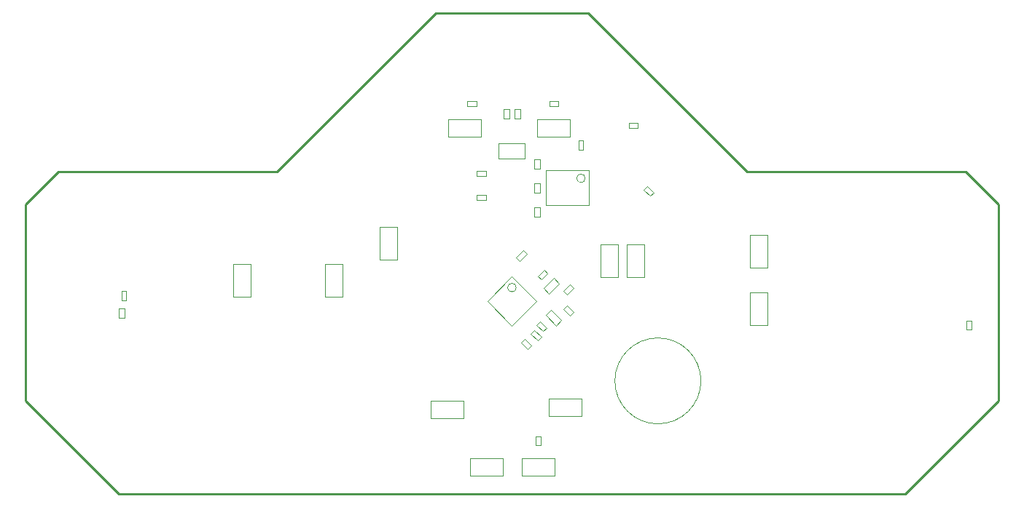
<source format=gbr>
%TF.GenerationSoftware,Altium Limited,Altium Designer,23.6.0 (18)*%
G04 Layer_Color=16711935*
%FSLAX25Y25*%
%MOIN*%
%TF.SameCoordinates,9FC677E3-0757-43A4-AD8A-435CCD31EDD7*%
%TF.FilePolarity,Positive*%
%TF.FileFunction,Other,Mechanical_13*%
%TF.Part,Single*%
G01*
G75*
%TA.AperFunction,NonConductor*%
%ADD62C,0.01000*%
%ADD90C,0.00394*%
D62*
X15000Y147759D02*
X115000D01*
X42755Y5D02*
X222500D01*
X115000Y147759D02*
X185000Y217759D01*
X184950Y217705D02*
X187700Y220455D01*
X257300Y220455D01*
X222500Y0D02*
X402245D01*
X257300Y220455D02*
X330000Y147755D01*
X430000D01*
X402245Y0D02*
X445000Y42755D01*
X430000Y147755D02*
X445000Y132755D01*
Y42755D02*
Y132755D01*
X0Y132759D02*
X15000Y147759D01*
X0Y42759D02*
Y132759D01*
Y42759D02*
X42755Y5D01*
D90*
X224468Y94495D02*
G03*
X224468Y94495I-1969J0D01*
G01*
X256018Y144615D02*
G03*
X256018Y144615I-1969J0D01*
G01*
X308937Y51755D02*
G03*
X308937Y51755I-19685J0D01*
G01*
X42819Y84920D02*
X45181D01*
X42819Y80589D02*
X45181D01*
Y84920D01*
X42819Y80589D02*
Y84920D01*
X43917Y88762D02*
X46083D01*
X43917Y92896D02*
X46083D01*
X43917Y88762D02*
Y92896D01*
X46083Y88762D02*
Y92896D01*
X94990Y90255D02*
Y105255D01*
Y90255D02*
X102982D01*
Y105255D01*
X94990D02*
X102982D01*
X136910Y90255D02*
Y105255D01*
Y90255D02*
X144903D01*
Y105255D01*
X136910D02*
X144903D01*
X162004Y107255D02*
Y122255D01*
Y107255D02*
X169996D01*
Y122255D01*
X162004D02*
X169996D01*
X185500Y34759D02*
X200500D01*
Y42751D01*
X185500D02*
X200500D01*
X185500Y34759D02*
Y42751D01*
X193500Y163759D02*
X208500D01*
Y171751D01*
X193500D02*
X208500D01*
X193500Y163759D02*
Y171751D01*
X202161Y179837D02*
X206295D01*
X202161Y177672D02*
X206295D01*
X202161D02*
Y179837D01*
X206295Y177672D02*
Y179837D01*
X203500Y16251D02*
X218500D01*
X203500Y8259D02*
Y16251D01*
Y8259D02*
X218500D01*
Y16251D01*
X206433Y145672D02*
X210567D01*
X206433Y147837D02*
X210567D01*
Y145672D02*
Y147837D01*
X206433Y145672D02*
Y147837D01*
Y134672D02*
X210567D01*
X206433Y136837D02*
X210567D01*
Y134672D02*
Y136837D01*
X206433Y134672D02*
Y136837D01*
X211225Y88231D02*
X222500Y76957D01*
Y99506D02*
X233775Y88231D01*
X222500Y76957D02*
X233775Y88231D01*
X211225D02*
X222500Y99506D01*
X216496Y153660D02*
Y160549D01*
X228504Y153660D02*
Y160549D01*
X216496Y153660D02*
X228504D01*
X216496Y160549D02*
X228504D01*
X218819Y172066D02*
Y176396D01*
X221181Y172066D02*
Y176396D01*
X218819Y172066D02*
X221181D01*
X218819Y176396D02*
X221181D01*
X227560Y111485D02*
X229230Y109815D01*
X224498Y108423D02*
X226168Y106752D01*
X229230Y109815D01*
X224498Y108423D02*
X227560Y111485D01*
X223819Y172066D02*
Y176396D01*
X226181Y172066D02*
Y176396D01*
X223819Y172066D02*
X226181D01*
X223819Y176396D02*
X226181D01*
X226770Y69315D02*
X228440Y70985D01*
X229832Y66252D02*
X231502Y67923D01*
X228440Y70985D02*
X231502Y67923D01*
X226770Y69315D02*
X229832Y66252D01*
X227000Y8259D02*
X242000D01*
Y16251D01*
X227000D02*
X242000D01*
X227000Y8259D02*
Y16251D01*
X234196Y70365D02*
X235866Y72035D01*
X231134Y73427D02*
X232804Y75098D01*
X231134Y73427D02*
X234196Y70365D01*
X232804Y75098D02*
X235866Y72035D01*
X232819Y142320D02*
X235181D01*
X232819Y137989D02*
X235181D01*
Y142320D01*
X232819Y137989D02*
Y142320D01*
Y131420D02*
X235181D01*
X232819Y127089D02*
X235181D01*
Y131420D01*
X232819Y127089D02*
Y131420D01*
Y153420D02*
X235181D01*
X232819Y149089D02*
X235181D01*
Y153420D01*
X232819Y149089D02*
Y153420D01*
X233417Y26322D02*
X235583D01*
X233417Y22188D02*
X235583D01*
Y26322D01*
X233417Y22188D02*
Y26322D01*
X233773Y77451D02*
X235304Y78982D01*
X236696Y74528D02*
X238227Y76059D01*
X235304Y78982D02*
X238227Y76059D01*
X233773Y77451D02*
X236696Y74528D01*
X234016Y171751D02*
X249016D01*
X234016Y163759D02*
Y171751D01*
Y163759D02*
X249016D01*
Y171751D01*
X237310Y102595D02*
X238841Y101064D01*
X234386Y99672D02*
X235918Y98141D01*
X238841Y101064D01*
X234386Y99672D02*
X237310Y102595D01*
X239387Y91636D02*
X244119Y96368D01*
X236881Y94141D02*
X241614Y98874D01*
X244119Y96368D01*
X236881Y94141D02*
X239387Y91636D01*
X237881Y81845D02*
X242614Y77112D01*
X240386Y84350D02*
X245119Y79618D01*
X242614Y77112D02*
X245119Y79618D01*
X237881Y81845D02*
X240386Y84350D01*
X237908Y132450D02*
Y148159D01*
X257593Y132450D02*
Y148159D01*
X237908Y132450D02*
X257593D01*
X237908Y148159D02*
X257593D01*
X239705Y179837D02*
X243839D01*
X239705Y177672D02*
X243839D01*
X239705D02*
Y179837D01*
X243839Y177672D02*
Y179837D01*
X239500Y43751D02*
X254500D01*
X239500Y35759D02*
Y43751D01*
Y35759D02*
X254500D01*
Y43751D01*
X245998Y92923D02*
X247668Y91252D01*
X249060Y95985D02*
X250730Y94315D01*
X245998Y92923D02*
X249060Y95985D01*
X247668Y91252D02*
X250730Y94315D01*
X245998Y84587D02*
X247668Y86257D01*
X249060Y81524D02*
X250730Y83195D01*
X247668Y86257D02*
X250730Y83195D01*
X245998Y84587D02*
X249060Y81524D01*
X252917Y157688D02*
Y161822D01*
X255083Y157688D02*
Y161822D01*
X252917Y157688D02*
X255083D01*
X252917Y161822D02*
X255083D01*
X270996Y99255D02*
Y114255D01*
X263004D02*
X270996D01*
X263004Y99255D02*
Y114255D01*
Y99255D02*
X270996D01*
X282996D02*
Y114255D01*
X275004D02*
X282996D01*
X275004Y99255D02*
Y114255D01*
Y99255D02*
X282996D01*
X275933Y167672D02*
X280067D01*
X275933Y169837D02*
X280067D01*
Y167672D02*
Y169837D01*
X275933Y167672D02*
Y169837D01*
X282773Y139451D02*
X285696Y136528D01*
X284304Y140982D02*
X287227Y138059D01*
X285696Y136528D02*
X287227Y138059D01*
X282773Y139451D02*
X284304Y140982D01*
X331504Y77255D02*
Y92255D01*
Y77255D02*
X339496D01*
Y92255D01*
X331504D02*
X339496D01*
X331504Y103483D02*
Y118483D01*
Y103483D02*
X339496D01*
Y118483D01*
X331504D02*
X339496D01*
X430417Y79322D02*
X432583D01*
X430417Y75188D02*
X432583D01*
Y79322D01*
X430417Y75188D02*
Y79322D01*
%TF.MD5,e2ffd707c7b8fd5ec153def3dccd729f*%
M02*

</source>
